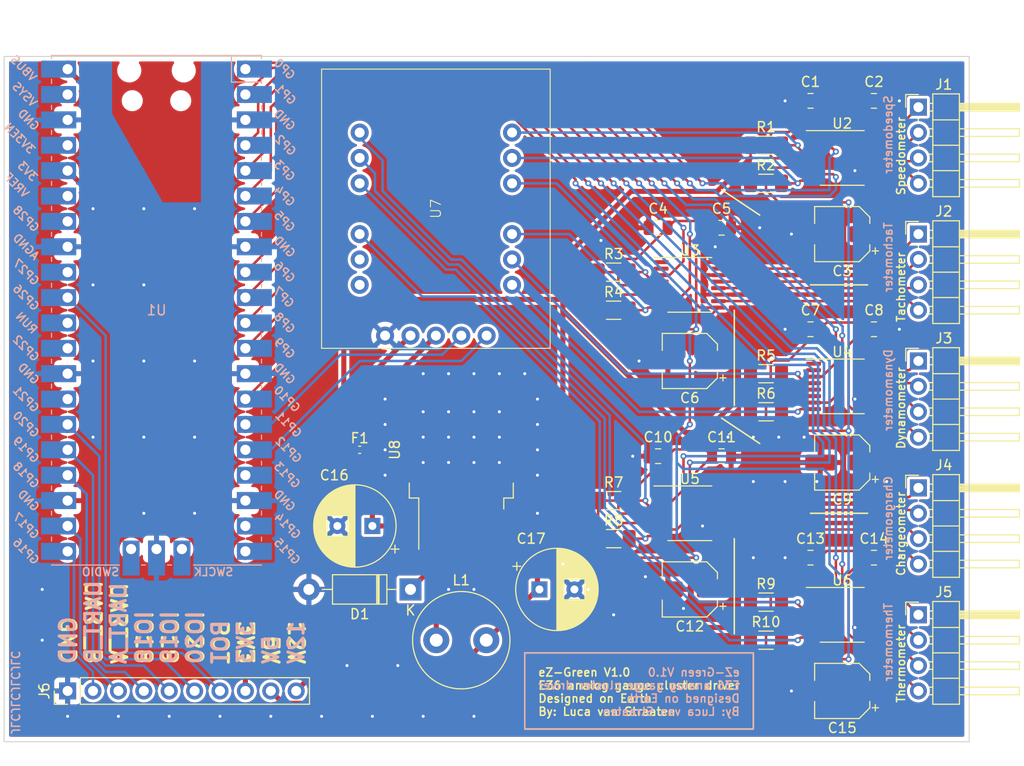
<source format=kicad_pcb>
(kicad_pcb (version 20221018) (generator pcbnew)
  (layers (0 "F.Cu" signal "Front") (31 "B.Cu" signal "Back") (34 "B.Paste" user) (35 "F.Paste" user) (36 "B.SilkS" user "B.Silkscreen") (37 "F.SilkS" user "F.Silkscreen") (38 "B.Mask" user) (39 "F.Mask" user) (44 "Edge.Cuts" user))
  (net 0 "")
  (net 1 "SPD_PHA")
  (net 2 "SPD_ENA")
  (net 3 "+5V")
  (net 4 "{slash}STBY")
  (net 5 "SPD_ENB")
  (net 6 "Net-(J1-Pin_4)")
  (net 7 "GND")
  (net 8 "Net-(J1-Pin_3)")
  (net 9 "Net-(J1-Pin_2)")
  (net 10 "Net-(J1-Pin_1)")
  (net 11 "TAC_PHA")
  (net 12 "TAC_ENA")
  (net 13 "TAC_ENB")
  (net 14 "PWR_PHA")
  (net 15 "PWR_ENA")
  (net 16 "PWR_ENB")
  (net 17 "FUL_PHA")
  (net 18 "FUL_ENA")
  (net 19 "FUL_ENB")
  (net 20 "TMP_PHA")
  (net 21 "TMP_ENA")
  (net 22 "TMP_ENB")
  (net 23 "+3V3")
  (net 24 "PWM_CLK")
  (net 25 "PWM_DATA")
  (net 26 "SPD_PHB")
  (net 27 "TAC_PHB")
  (net 28 "PWR_PHB")
  (net 29 "FUL_PHB")
  (net 30 "TMP_PHB")
  (net 31 "POT")
  (net 37 "UART_B")
  (net 38 "UART_A")
  (net 49 "Net-(J2-Pin_4)")
  (net 50 "Net-(J2-Pin_3)")
  (net 51 "Net-(J2-Pin_2)")
  (net 52 "Net-(J2-Pin_1)")
  (net 53 "Net-(J3-Pin_4)")
  (net 54 "Net-(J3-Pin_3)")
  (net 55 "Net-(J3-Pin_2)")
  (net 56 "Net-(J3-Pin_1)")
  (net 57 "Net-(J4-Pin_4)")
  (net 58 "Net-(J4-Pin_3)")
  (net 59 "Net-(J4-Pin_2)")
  (net 60 "Net-(J4-Pin_1)")
  (net 61 "Net-(J5-Pin_4)")
  (net 62 "Net-(J5-Pin_3)")
  (net 63 "Net-(J5-Pin_2)")
  (net 64 "Net-(J5-Pin_1)")
  (net 65 "Net-(U8-VIN)")
  (net 66 "Net-(D1-K)")
  (net 67 "+12V")
  (net 68 "IO18")
  (net 69 "IO19")
  (net 70 "IO20")
  (footprint "Capacitor_THT:CP_Radial_D8.0mm_P3.50mm" (layer "F.Cu") (at 212.284698 104.14)
    (fp_text reference "C17")
    (fp_text value "330uF/16V")
  )
  (footprint "Capacitor_SMD:CP_Elec_5x5.4" (layer "F.Cu") (at 242.57 91.44 180)
    (fp_text reference "C9")
    (fp_text value "10uF")
  )
  (footprint "Resistor_SMD:R_1206_3216Metric_Pad1.30x1.75mm_HandSolder" (layer "F.Cu") (at 234.95 105.41)
    (fp_text reference "R9")
    (fp_text value "R")
  )
  (footprint "Package_SO:TSSOP-16_4.4x5mm_P0.65mm" (layer "F.Cu") (at 242.57 83.82)
    (fp_text reference "U4")
    (fp_text value "TC78H621FNG")
  )
  (footprint "Capacitor_SMD:CP_Elec_5x5.4" (layer "F.Cu") (at 242.57 114.3 180)
    (fp_text reference "C15")
    (fp_text value "10uF")
  )
  (footprint "Connector_PinHeader_2.54mm:PinHeader_1x04_P2.54mm_Horizontal" (layer "F.Cu") (at 250.19 106.68)
    (fp_text reference "J5")
    (fp_text value "TMP")
  )
  (footprint "Capacitor_SMD:C_0805_2012Metric" (layer "F.Cu") (at 239.395 78.105 180)
    (fp_text reference "C7")
    (fp_text value "0.1uF")
  )
  (footprint "Inductor_THT:L_Radial_D9.5mm_P5.00mm_Fastron_07HVP" (layer "F.Cu") (at 201.97 109.22)
    (fp_text reference "L1")
    (fp_text value "330uH")
  )
  (footprint "Resistor_SMD:R_1206_3216Metric_Pad1.30x1.75mm_HandSolder" (layer "F.Cu") (at 234.95 59.69)
    (fp_text reference "R1")
    (fp_text value "R")
  )
  (footprint "Package_TO_SOT_SMD:TO-263-5_TabPin3" (layer "F.Cu") (at 204.47 90.17 90)
    (fp_text reference "U8")
    (fp_text value "LM2575-5.0BU")
  )
  (footprint "Package_SO:TSSOP-16_4.4x5mm_P0.65mm" (layer "F.Cu") (at 242.57 106.68)
    (fp_text reference "U6")
    (fp_text value "TC78H621FNG")
  )
  (footprint "Capacitor_SMD:CP_Elec_5x5.4" (layer "F.Cu") (at 227.33 104.14 180)
    (fp_text reference "C12")
    (fp_text value "10uF")
  )
  (footprint "Capacitor_SMD:C_0805_2012Metric" (layer "F.Cu") (at 230.505 90.805)
    (fp_text reference "C11")
    (fp_text value "0.1uF")
  )
  (footprint "Capacitor_SMD:C_0805_2012Metric" (layer "F.Cu") (at 245.745 55.245)
    (fp_text reference "C2")
    (fp_text value "0.1uF")
  )
  (footprint "Capacitor_SMD:C_0805_2012Metric" (layer "F.Cu") (at 239.395 55.245 180)
    (fp_text reference "C1")
    (fp_text value "0.1uF")
  )
  (footprint "Diode_THT:D_DO-41_SOD81_P10.16mm_Horizontal" (layer "F.Cu") (at 199.39 104.14 180)
    (fp_text reference "D1")
    (fp_text value "1N5819")
  )
  (footprint "Package_SO:TSSOP-16_4.4x5mm_P0.65mm" (layer "F.Cu") (at 227.33 96.52)
    (fp_text reference "U5")
    (fp_text value "TC78H621FNG")
  )
  (footprint "Connector_PinHeader_2.54mm:PinHeader_1x04_P2.54mm_Horizontal" (layer "F.Cu") (at 250.19 55.88)
    (fp_text reference "J1")
    (fp_text value "SPD")
  )
  (footprint "Connector_PinHeader_2.54mm:PinHeader_1x10_P2.54mm_Vertical" (layer "F.Cu") (at 165.1 114.3 90)
    (fp_text reference "J6")
    (fp_text value "Conn_01x10_Socket")
  )
  (footprint "Connector_PinHeader_2.54mm:PinHeader_1x04_P2.54mm_Horizontal" (layer "F.Cu") (at 250.19 93.98)
    (fp_text reference "J4")
    (fp_text value "FUL")
  )
  (footprint "Connector_PinHeader_2.54mm:PinHeader_1x04_P2.54mm_Horizontal" (layer "F.Cu") (at 250.19 68.58)
    (fp_text reference "J2")
    (fp_text value "TAC")
  )
  (footprint "Resistor_SMD:R_1206_3216Metric_Pad1.30x1.75mm_HandSolder" (layer "F.Cu") (at 234.95 82.55)
    (fp_text reference "R5")
    (fp_text value "R")
  )
  (footprint "Capacitor_SMD:C_0805_2012Metric" (layer "F.Cu") (at 245.745 100.965)
    (fp_text reference "C14")
    (fp_text value "0.1uF")
  )
  (footprint "Capacitor_SMD:CP_Elec_5x5.4" (layer "F.Cu") (at 242.57 68.58 180)
    (fp_text reference "C3")
    (fp_text value "10uF")
  )
  (footprint "Capacitor_SMD:C_0805_2012Metric" (layer "F.Cu") (at 224.155 67.945 180)
    (fp_text reference "C4")
    (fp_text value "0.1uF")
  )
  (footprint "Resistor_SMD:R_1206_3216Metric_Pad1.30x1.75mm_HandSolder" (layer "F.Cu") (at 219.71 95.25)
    (fp_text reference "R7")
    (fp_text value "R")
  )
  (footprint "Connector_PinHeader_2.54mm:PinHeader_1x04_P2.54mm_Horizontal" (layer "F.Cu") (at 250.19 81.28)
    (fp_text reference "J3")
    (fp_text value "PWR")
  )
  (footprint "Fuse:Fuse_0402_1005Metric_Pad0.77x0.64mm_HandSolder" (layer "F.Cu") (at 194.31 90.17)
    (fp_text reference "F1")
    (fp_text value "1A")
  )
  (footprint "Capacitor_SMD:C_0805_2012Metric" (layer "F.Cu") (at 230.505 67.945)
    (fp_text reference "C5")
    (fp_text value "0.1uF")
  )
  (footprint "Resistor_SMD:R_1206_3216Metric_Pad1.30x1.75mm_HandSolder" (layer "F.Cu") (at 219.71 99.06)
    (fp_text reference "R8")
    (fp_text value "R")
  )
  (footprint "Resistor_SMD:R_1206_3216Metric_Pad1.30x1.75mm_HandSolder" (layer "F.Cu") (at 219.71 76.2)
    (fp_text reference "R4")
    (fp_text value "R")
  )
  (footprint "Resistor_SMD:R_1206_3216Metric_Pad1.30x1.75mm_HandSolder" (layer "F.Cu") (at 234.95 109.22)
    (fp_text reference "R10")
    (fp_text value "R")
  )
  (footprint "Capacitor_SMD:C_0805_2012Metric" (layer "F.Cu") (at 245.745 78.105)
    (fp_text reference "C8")
    (fp_text value "0.1uF")
  )
  (footprint "Package_SO:TSSOP-16_4.4x5mm_P0.65mm" (layer "F.Cu") (at 242.57 60.96)
    (fp_text reference "U2")
    (fp_text value "TC78H621FNG")
  )
  (footprint "Resistor_SMD:R_1206_3216Metric_Pad1.30x1.75mm_HandSolder" (layer "F.Cu") (at 234.95 86.36)
    (fp_text reference "R6")
    (fp_text value "R")
  )
  (footprint "Package_SO:TSSOP-16_4.4x5mm_P0.65mm" (layer "F.Cu") (at 227.33 73.66)
    (fp_text reference "U3")
    (fp_text value "TC78H621FNG")
  )
  (footprint "Resistor_SMD:R_1206_3216Metric_Pad1.30x1.75mm_HandSolder" (layer "F.Cu") (at 234.95 63.5)
    (fp_text reference "R2")
    (fp_text value "R")
  )
  (footprint "Capacitor_SMD:CP_Elec_5x5.4" (layer "F.Cu") (at 227.33 81.28 180)
    (fp_text reference "C6")
    (fp_text value "10uF")
  )
  (footprint "Capacitor_SMD:C_0805_2012Metric" (layer "F.Cu") (at 239.395 100.965 180)
    (fp_text reference "C13")
    (fp_text value "0.1uF")
  )
  (footprint "Capacitor_THT:CP_Radial_D8.0mm_P3.50mm" (layer "F.Cu") (at 195.58 97.79 180)
    (fp_text reference "C16")
    (fp_text value "100uF/50V")
  )
  (footprint "Module:Adafruit  TLC59711" (layer "F.Cu") (at 201.93 66.04 90)
    (fp_text reference "U7")
    (fp_text value "TLC59711 dev board")
  )
  (footprint "Resistor_SMD:R_1206_3216Metric_Pad1.30x1.75mm_HandSolder" (layer "F.Cu") (at 219.71 72.39)
    (fp_text reference "R3")
    (fp_text value "R")
  )
  (footprint "Capacitor_SMD:C_0805_2012Metric" (layer "F.Cu") (at 224.155 90.805 180)
    (fp_text reference "C10")
    (fp_text value "0.1uF")
  )
  (footprint "MCU_RaspberryPi_and_Boards:RPi_Pico_SMD_TH" (layer "B.Cu") (at 173.99 76.2 180)
    (fp_text reference "U1")
    (fp_text value "Pico")
  )
  (gr_rect (start 210.82 110.49) (end 233.68 118.11) (stroke (width 0.1524)) (fill none) (layer "B.SilkS"))
  (gr_line (start 230.505 86.995) (end 234.315 89.535) (stroke (width 0.1524)) (layer "F.SilkS"))
  (gr_rect (start 210.82 110.49) (end 233.68 118.11) (stroke (width 0.1524)) (fill none) (layer "F.SilkS"))
  (gr_line (start 239.395 73.66) (end 245.11 73.66) (stroke (width 0.1524)) (layer "F.SilkS"))
  (gr_line (start 231.775 108.585) (end 231.775 99.06) (stroke (width 0.1524)) (layer "F.SilkS"))
  (gr_line (start 239.395 96.52) (end 245.11 96.52) (stroke (width 0.1524)) (layer "F.SilkS"))
  (gr_line (start 231.775 85.725) (end 231.775 76.2) (stroke (width 0.1524)) (layer "F.SilkS"))
  (gr_line (start 230.505 64.135) (end 234.315 66.675) (stroke (width 0.1524)) (layer "F.SilkS"))
  (gr_line (start 255.27 50.8) (end 255.27 119.38) (stroke (width 0.1)) (layer "Edge.Cuts"))
  (gr_line (start 158.75 119.38) (end 158.75 50.8) (stroke (width 0.1)) (layer "Edge.Cuts"))
  (gr_line (start 255.27 50.8) (end 158.75 50.8) (stroke (width 0.1)) (layer "Edge.Cuts"))
  (gr_line (start 255.27 119.38) (end 158.75 119.38) (stroke (width 0.1)) (layer "Edge.Cuts"))
  (gr_text "Chargeometer" (at 247.65 92.71 90) (layer "B.SilkS") (effects (font (size 0.8128 0.8128) (thickness 0.1524) bold) (justify left bottom mirror)))
  (gr_text "GND" (at 165.1 111.76 -270) (layer "B.SilkS") (effects (font (size 1.524 1.524) (thickness 0.3048) bold) (justify right mirror)))
  (gr_text "IO18" (at 172.72 111.76 -270) (layer "B.SilkS") (effects (font (size 1.524 1.524) (thickness 0.3048) bold) (justify right mirror)))
  (gr_text "POT" (at 180.34 111.76 -270) (layer "B.SilkS") (effects (font (size 1.524 1.524) (thickness 0.3048) bold) (justify right mirror)))
  (gr_text "5V" (at 185.42 111.76 -270) (layer "B.SilkS") (effects (font (size 1.524 1.524) (thickness 0.3048) bold) (justify right mirror)))
  (gr_text "3V3" (at 182.88 111.76 -270) (layer "B.SilkS") (effects (font (size 1.524 1.524) (thickness 0.3048) bold) (justify right mirror)))
  (gr_text "UART_B" (at 167.64 111.76 -270) (layer "B.SilkS") (effects (font (size 1.524 1.524) (thickness 0.3048) bold) (justify right mirror)))
  (gr_text "eZ-Green V1.0\nE36 analog gauge cluster driver\nDesigned on Earth\nBy: Luca van Straaten" (at 232.41 116.84) (layer "B.SilkS") (effects (font (size 0.8128 0.8128) (thickness 0.1524) bold) (justify left bottom mirror)))
  (gr_text "IO20" (at 177.8 111.76 -270) (layer "B.SilkS") (effects (font (size 1.524 1.524) (thickness 0.3048) bold) (justify right mirror)))
  (gr_text "Thermometer" (at 247.65 105.41 90) (layer "B.SilkS") (effects (font (size 0.8128 0.8128) (thickness 0.1524) bold) (justify left bottom mirror)))
  (gr_text "UART_A" (at 170.18 111.76 -270) (layer "B.SilkS") (effects (font (size 1.524 1.524) (thickness 0.3048) bold) (justify right mirror)))
  (gr_text "IO19" (at 175.26 111.76 -270) (layer "B.SilkS") (effects (font (size 1.524 1.524) (thickness 0.3048) bold) (justify right mirror)))
  (gr_text "12V" (at 187.96 111.76 -270) (layer "B.SilkS") (effects (font (size 1.524 1.524) (thickness 0.3048) bold) (justify right mirror)))
  (gr_text "Tachometer" (at 247.65 67.31 90) (layer "B.SilkS") (effects (font (size 0.8128 0.8128) (thickness 0.1524) bold) (justify left bottom mirror)))
  (gr_text "Dynamometer" (at 247.65 80.01 90) (layer "B.SilkS") (effects (font (size 0.8128 0.8128) (thickness 0.1524) bold) (justify left bottom mirror)))
  (gr_text "Speedometer" (at 247.65 54.61 90) (layer "B.SilkS") (effects (font (size 0.8128 0.8128) (thickness 0.1524) bold) (justify left bottom mirror)))
  (gr_text "JLCJLCJLCJLC" (at 159.385 118.745 -90) (layer "B.SilkS") (effects (font (size 0.8128 0.8128) (thickness 0.1524) bold) (justify left bottom mirror)))
  (gr_text "Tachometer" (at 248.92 77.47 90) (layer "F.SilkS") (effects (font (size 0.8128 0.8128) (thickness 0.1524) bold) (justify left bottom)))
  (gr_text "UART_B" (at 167.64 111.76 270) (layer "F.SilkS") (effects (font (size 1.524 1.524) (thickness 0.3048) bold) (justify right)))
  (gr_text "IO18" (at 172.72 111.76 270) (layer "F.SilkS") (effects (font (size 1.524 1.524) (thickness 0.3048) bold) (justify right)))
  (gr_text "IO20" (at 177.8 111.76 270) (layer "F.SilkS") (effects (font (size 1.524 1.524) (thickness 0.3048) bold) (justify right)))
  (gr_text "Dynamometer" (at 248.92 90.17 90) (layer "F.SilkS") (effects (font (size 0.8128 0.8128) (thickness 0.1524) bold) (justify left bottom)))
  (gr_text "Thermometer" (at 248.92 115.57 90) (layer "F.SilkS") (effects (font (size 0.8128 0.8128) (thickness 0.1524) bold) (justify left bottom)))
  (gr_text "IO19" (at 175.26 111.76 270) (layer "F.SilkS") (effects (font (size 1.524 1.524) (thickness 0.3048) bold) (justify right)))
  (gr_text "Speedometer" (at 248.92 64.77 90) (layer "F.SilkS") (effects (font (size 0.8128 0.8128) (thickness 0.1524) bold) (justify left bottom)))
  (gr_text "12V" (at 187.96 111.76 270) (layer "F.SilkS") (effects (font (size 1.524 1.524) (thickness 0.3048) bold) (justify right)))
  (gr_text "5V" (at 185.42 111.76 270) (layer "F.SilkS") (effects (font (size 1.524 1.524) (thickness 0.3048) bold) (justify right)))
  (gr_text "POT" (at 180.34 111.76 270) (layer "F.SilkS") (effects (font (size 1.524 1.524) (thickness 0.3048) bold) (justify right)))
  (gr_text "UART_A" (at 170.18 111.76 270) (layer "F.SilkS") (effects (font (size 1.524 1.524) (thickness 0.3048) bold) (justify right)))
  (gr_text "eZ-Green V1.0\nE36 analog gauge cluster driver\nDesigned on Earth\nBy: Luca van Straaten" (at 212.09 116.84) (layer "F.SilkS") (effects (font (size 0.8128 0.8128) (thickness 0.1524) bold) (justify left bottom)))
  (gr_text "GND" (at 165.1 111.76 270) (layer "F.SilkS") (effects (font (size 1.524 1.524) (thickness 0.3048) bold) (justify right)))
  (gr_text "Chargeometer" (at 248.92 102.87 90) (layer "F.SilkS") (effects (font (size 0.8128 0.8128) (thickness 0.1524) bold) (justify left bottom)))
  (gr_text "3V3" (at 182.88 111.76 270) (layer "F.SilkS") (effects (font (size 1.524 1.524) (thickness 0.3048) bold) (justify right)))
  (segment (start 216.535 51.435) (end 183.515 51.435) (width 0.254) (layer "F.Cu") (net 1))
  (segment (start 241.935 60.325) (end 241.595 59.985) (width 0.254) (layer "F.Cu") (net 1))
  (segment (start 241.595 59.985) (end 239.7075 59.985) (width 0.254) (layer "F.Cu") (net 1))
  (segment (start 228.6 63.5) (end 216.535 51.435) (width 0.254) (layer "F.Cu") (net 1))
  (segment (start 183.515 51.435) (end 182.88 52.07) (width 0.254) (layer "F.Cu") (net 1))
  (via (at 228.6 63.5) (size 0.6) (drill 0.3) (layers "F.Cu" "B.Cu") (net 1))
  (via (at 241.935 60.325) (size 0.6) (drill 0.3) (layers "F.Cu" "B.Cu") (net 1))
  (segment (start 231.14 64.177) (end 230.463 63.5) (width 0.254) (layer "B.Cu") (net 1))
  (segment (start 241.3 60.96) (end 241.3 64.177) (width 0.254) (layer "B.Cu") (net 1))
  (segment (start 241.935 60.325) (end 241.3 60.96) (width 0.254) (layer "B.Cu") (net 1))
  (segment (start 241.3 64.177) (end 231.14 64.177) (width 0.254) (layer "B.Cu") (net 1))
  (segment (start 230.463 63.5) (end 228.6 63.5) (width 0.254) (layer "B.Cu") (net 1))
  (segment (start 236.5 59.69) (end 238.125 59.69) (width 0.254) (layer "F.Cu") (net 2))
  (segment (start 238.125 59.69) (end 238.125 59.885291) (width 0.254) (layer "F.Cu") (net 2))
  (segment (start 238.874709 60.635) (end 239.7075 60.635) (width 0.254) (layer "F.Cu") (net 2))
  (segment (start 238.125 59.885291) (end 238.874709 60.635) (width 0.254) (layer "F.Cu") (net 2))
  (via (at 238.125 59.69) (size 0.6) (drill 0.3) (layers "F.Cu" "B.Cu") (net 2))
  (segment (start 236.855 58.42) (end 209.55 58.42) (width 0.254) (layer "B.Cu") (net 2))
  (segment (start 238.125 59.69) (end 236.855 58.42) (width 0.254) (layer "B.Cu") (net 2))
  (segment (start 229.53 81.28) (end 229.53 76.5975) (width 0.254) (layer "F.Cu") (net 3))
  (segment (start 220.183 95.25) (end 220.183 96.358) (width 0.254) (layer "F.Cu") (net 3))
  (segment (start 214.63 75.114) (end 214.63 71.12) (width 0.508) (layer "F.Cu") (net 3))
  (segment (start 220.183 94.142) (end 220.183 95.25) (width 0.254) (layer "F.Cu") (net 3))
  (segment (start 244.77 114.3) (end 244.77 109.6175) (width 0.254) (layer "F.Cu") (net 3))
  (segment (start 218.16 72.39) (end 220.183 72.39) (width 0.254) (layer "F.Cu") (net 3))
  (segment (start 244.77 109.6175) (end 244.1075 108.955) (width 0.254) (layer "F.Cu") (net 3))
  (segment (start 243.575 63.235) (end 245.4325 63.235) (width 0.254) (layer "F.Cu") (net 3))
  (segment (start 228.335 75.935) (end 230.1925 75.935) (width 0.254) (layer "F.Cu") (net 3))
  (segment (start 241.022 77.428) (end 244.118 77.428) (width 0.254) (layer "F.Cu") (net 3))
  (segment (start 225.782 67.268) (end 228.878 67.268) (width 0.254) (layer "F.Cu") (net 3))
  (segment (start 235.423 83.658) (end 235.617 83.852) (width 0.254) (layer "F.Cu") (net 3))
  (segment (start 244.77 63.8975) (end 244.1075 63.235) (width 0.254) (layer "F.Cu") (net 3))
  (segment (start 200.659 115.531) (end 206.97 109.22) (width 0.508) (layer "F.Cu") (net 3))
  (segment (start 233.4 82.55) (end 235.423 82.55) (width 0.254) (layer "F.Cu") (net 3))
  (segment (start 235.423 58.582) (end 235.423 59.69) (width 0.254) (layer "F.Cu") (net 3))
  (segment (start 229.53 99.4575) (end 228.8675 98.795) (width 0.254) (layer "F.Cu") (net 3))
  (segment (start 226.864 88.434) (end 228.786 88.434) (width 0.508) (layer "F.Cu") (net 3))
  (segment (start 244.118 100.288) (end 244.795 100.965) (width 0.254) (layer "F.Cu") (net 3))
  (segment (start 186.651 115.531) (end 200.659 115.531) (width 0.508) (layer "F.Cu") (net 3))
  (segment (start 228.786 88.434) (end 233.4 83.82) (width 0.508) (layer "F.Cu") (net 3))
  (segment (start 243.205 85.725) (end 243.575 86.095) (width 0.254) (layer "F.Cu") (net 3))
  (segment (start 235.617 106.712) (end 238.448235 106.712) (width 0.254) (layer "F.Cu") (net 3))
  (segment (start 230.056 64.304) (end 233.4 60.96) (width 0.508) (layer "F.Cu") (net 3))
  (segment (start 243.575 86.095) (end 245.4325 86.095) (width 0.254) (layer "F.Cu") (net 3))
  (segment (start 228.878 67.268) (end 229.555 67.945) (width 0.254) (layer "F.Cu") (net 3))
  (segment (start 244.77 86.7575) (end 244.1075 86.095) (width 0.254) (layer "F.Cu") (net 3))
  (segment (start 240.345 55.245) (end 241.022 54.568) (width 0.254) (layer "F.Cu") (net 3))
  (segment (start 214.63 97.79) (end 224.79 107.95) (width 0.508) (layer "F.Cu") (net 3))
  (segment (start 227.965 75.565) (end 228.335 75.935) (width 0.254) (layer "F.Cu") (net 3))
  (segment (start 220.183 96.358) (end 220.377 96.552) (width 0.254) (layer "F.Cu") (net 3))
  (segment (start 244.118 77.428) (end 244.795 78.105) (width 0.254) (layer "F.Cu") (net 3))
  (segment (start 214.63 75.114) (end 217.976 75.114) (width 0.508) (layer "F.Cu") (net 3))
  (segment (start 167.258842 63.246158) (end 180.34 76.327316) (width 0.508) (layer "F.Cu") (net 3))
  (segment (start 238.741235 107.005) (end 239.7075 107.005) (width 0.254) (layer "F.Cu") (net 3))
  (segment (start 240.345 55.245) (end 237.223291 58.366709) (width 0.254) (layer "F.Cu") (net 3))
  (segment (start 192.7225 85.4075) (end 191.77 86.36) (width 0.508) (layer "F.Cu") (net 3))
  (segment (start 235.638291 81.226709) (end 235.423 81.442) (width 0.254) (layer "F.Cu") (net 3))
  (segment (start 220.183 73.498) (end 220.377 73.692) (width 0.254) (layer "F.Cu") (net 3))
  (segment (start 240.345 78.105) (end 237.223291 81.226709) (width 0.254) (layer "F.Cu") (net 3))
  (segment (start 229.555 90.805) (end 227.965 92.395) (width 0.254) (layer "F.Cu") (net 3))
  (segment (start 220.377 73.692) (end 223.208235 73.692) (width 0.254) (layer "F.Cu") (net 3))
  (segment (start 237.223291 81.226709) (end 235.638291 81.226709) (width 0.254) (layer "F.Cu") (net 3))
  (segment (start 214.63 76.2) (end 226.864 88.434) (width 0.508) (layer "F.Cu") (net 3))
  (segment (start 244.795 55.245) (end 243.205 56.835) (width 0.254) (layer "F.Cu") (net 3))
  (segment (start 225.782 90.128) (end 228.878 90.128) (width 0.254) (layer "F.Cu") (net 3))
  (segment (start 223.501235 73.985) (end 224.4675 73.985) (width 0.254) (layer "F.Cu") (net 3))
  (segment (start 186.69 91.44) (end 191.77 86.36) (width 0.508) (layer "F.Cu") (net 3))
  (segment (start 167.258842 54.228842) (end 167.258842 63.246158) (width 0.508) (layer "F.Cu") (net 3))
  (segment (start 223.501235 96.845) (end 224.4675 96.845) (width 0.254) (layer "F.Cu") (net 3))
  (segment (start 233.4 59.69) (end 235.423 59.69) (width 0.254) (layer "F.Cu") (net 3))
  (segment (start 165.1 52.07) (end 167.258842 54.228842) (width 0.508) (layer "F.Cu") (net 3))
  (segment (start 229.53 76.5975) (end 230.1925 75.935) (width 0.254) (layer "F.Cu") (net 3))
  (segment (start 225.105 90.805) (end 221.983291 93.926709) (width 0.254) (layer "F.Cu") (net 3))
  (segment (start 235.423 104.302) (end 235.423 105.41) (width 0.254) (layer "F.Cu") (net 3))
  (segment (start 228.335 98.795) (end 230.1925 98.795) (width 0.254) (layer "F.Cu") (net 3))
  (segment (start 214.63 76.2) (end 214.63 94.26) (width 0.508) (layer "F.Cu") (net 3))
  (segment (start 191.77 86.36) (end 193.04 85.09) (width 0.508) (layer "F.Cu") (net 3))
  (segment (start 229.53 99.4575) (end 230.1925 98.795) (width 0.254) (layer "F.Cu") (net 3))
  (segment (start 206.17 100.76) (end 207.01 101.6) (width 0.508) (layer "F.Cu") (net 3))
  (segment (start 185.42 114.3) (end 186.651 115.531) (width 0.508) (layer "F.Cu") (net 3))
  (segment (start 244.795 78.105) (end 243.205 79.695) (width 0.254) (layer "F.Cu") (net 3))
  (segment (start 244.118 54.568) (end 244.795 55.245) (width 0.254) (layer "F.Cu") (net 3))
  (segment (start 237.223291 58.366709) (end 235.638291 58.366709) (width 0.254) (layer "F.Cu") (net 3))
  (segment (start 225.105 67.945) (end 225.782 67.268) (width 0.254) (layer "F.Cu") (net 3))
  (segment (start 244.77 91.44) (end 244.77 86.7575) (width 0.254) (layer "F.Cu") (net 3))
  (segment (start 214.63 94.26) (end 214.63 97.79) (width 0.508) (layer "F.Cu") (net 3))
  (segment (start 241.022 100.288) (end 244.118 100.288) (width 0.254) (layer "F.Cu") (net 3))
  (segment (start 228.8675 75.935) (end 228.335 75.935) (width 0.254) (layer "F.Cu") (net 3))
  (segment (start 244.77 68.58) (end 244.77 63.8975) (width 0.254) (layer "F.Cu") (net 3))
  (segment (start 240.345 100.965) (end 237.223291 104.086709) (width 0.254) (layer "F.Cu") (net 3))
  (segment (start 192.7225 79.0575) (end 196.666 75.114) (width 0.508) (layer "F.Cu") (net 3))
  (segment (start 223.208235 96.552) (end 223.501235 96.845) (width 0.254) (layer "F.Cu") (net 3))
  (segment (start 238.448235 83.852) (end 238.741235 84.145) (width 0.254) (layer "F.Cu") (net 3))
  (segment (start 229.555 67.945) (end 227.965 69.535) (width 0.254) (layer "F.Cu") (net 3))
  (segment (start 227.965 98.425) (end 228.335 98.795) (width 0.254) (layer "F.Cu") (net 3))
  (segment (start 221.983291 71.066709) (end 220.398291 71.066709) (width 0.254) (layer "F.Cu") (net 3))
  (segment (start 238.741235 84.145) (end 239.7075 84.145) (width 0.254) (layer "F.Cu") (net 3))
  (segment (start 221.983291 93.926709) (end 220.398291 93.926709) (width 0.254) (layer "F.Cu") (net 3))
  (segment (start 220.377 96.552) (end 223.208235 96.552) (width 0.254) (layer "F.Cu") (net 3))
  (segment (start 217.976 75.114) (end 218.16 74.93) (width 0.508) (layer "F.Cu") (net 3))
  (segment (start 243.205 56.835) (end 243.205 62.865) (width 0.254) (layer "F.Cu") (net 3))
  (segment (start 212.09 104.14) (end 212.09 100.33) (width 0.508) (layer "F.Cu") (net 3))
  (segment (start 238.741235 61.285) (end 239.7075 61.285) (width 0.254) (layer "F.Cu") (net 3))
  (segment (start 224.79 107.95) (end 233.4 107.95) (width 0.508) (layer "F.Cu") (net 3))
  (segment (start 218.16 74.93) (end 218.16 76.2) (width 0.254) (layer "F.Cu") (net 3))
  (segment (start 233.4 82.55) (end 233.4 86.36) (width 0.254) (layer "F.Cu") (net 3))
  (segment (start 185.42 102.87) (end 186.69 101.6) (width 0.508) (layer "F.Cu") (net 3))
  (segment (start 235.638291 58.366709) (end 235.423 58.582) (width 0.254) (layer "F.Cu") (net 3))
  (segment (start 229.53 104.14) (end 229.53 99.4575) (width 0.254) (layer "F.Cu") (net 3))
  (segment (start 218.16 72.39) (end 218.16 74.93) (width 0.254) (layer "F.Cu") (net 3))
  (segment (start 207.01 109.22) (end 206.97 109.22) (width 0.508) (layer "F.Cu") (net 3))
  (segment (start 244.77 63.8975) (end 245.4325 63.235) (width 0.254) (layer "F.Cu") (net 3))
  (segment (start 233.4 105.41) (end 235.423 105.41) (width 0.254) (layer "F.Cu") (net 3))
  (segment (start 225.105 90.805) (end 225.782 90.128) (width 0.254) (layer "F.Cu") (net 3))
  (segment (start 196.666 75.114) (end 214.63 75.114) (width 0.508) (layer "F.Cu") (net 3))
  (segment (start 244.77 109.6175) (end 245.4325 108.955) (width 0.254) (layer "F.Cu") (net 3))
  (segment (start 225.105 67.945) (end 221.983291 71.066709) (width 0.254) (layer "F.Cu") (net 3))
  (segment (start 214.63 71.12) (end 221.446 64.304) (width 0.508) (layer "F.Cu") (net 3))
  (segment (start 233.4 60.96) (end 233.4 63.5) (width 0.254) (layer "F.Cu") (net 3))
  (segment (start 235.423 60.798) (end 235.617 60.992) (width 0.254) (layer "F.Cu") (net 3))
  (segment (start 181.61 102.87) (end 185.42 102.87) (width 0.508) (layer "F.Cu") (net 3))
  (segment (start 235.423 106.518) (end 235.617 106.712) (width 0.254) (layer "F.Cu") (net 3))
  (segment (start 227.965 92.395) (end 227.965 98.425) (width 0.254) (layer "F.Cu") (net 3))
  (segment (start 218.16 95.25) (end 220.183 95.25) (width 0.254) (layer "F.Cu") (net 3))
  (segment (start 228.878 90.128) (end 229.555 90.805) (width 0.254) (layer "F.Cu") (net 3))
  (segment (start 220.398291 71.066709) (end 220.183 71.282) (width 0.254) (layer "F.Cu") (net 3))
  (segment (start 192.7225 85.4075) (end 193.04 85.09) (width 0.508) (layer "F.Cu") (net 3))
  (segment (start 214.63 94.26) (end 218.16 97.79) (width 0.508) (layer "F.Cu") (net 3))
  (segment (start 235.423 82.55) (end 235.423 83.658) (width 0.254) (layer "F.Cu") (net 3))
  (segment (start 241.022 54.568) (end 244.118 54.568) (width 0.254) (layer "F.Cu") (net 3))
  (segment (start 212.09 100.33) (end 214.63 97.79) (width 0.508) (layer "F.Cu") (net 3))
  (segment (start 220.398291 93.926709) (end 220.183 94.142) (width 0.254) (layer "F.Cu") (net 3))
  (segment (start 243.575 108.955) (end 245.4325 108.955) (width 0.254) (layer "F.Cu") (net 3))
  (segment (start 235.423 81.442) (end 235.423 82.55) (width 0.254) (layer "F.Cu") (net 3))
  (segment (start 218.16 95.25) (end 218.16 97.79) (width 0.254) (layer "F.Cu") (net 3))
  (segment (start 235.423 105.41) (end 235.423 106.518) (width 0.254) (layer "F.Cu") (net 3))
  (segment (start 180.34 101.6) (end 181.61 102.87) (width 0.508) (layer "F.Cu") (net 3))
  (segment (start 244.1075 86.095) (end 243.575 86.095) (width 0.254) (layer "F.Cu") (net 3))
  (segment (start 221.446 64.304) (end 230.056 64.304) (width 0.508) (layer "F.Cu") (net 3))
  (segment (start 238.448235 60.992) (end 238.741235 61.285) (width 0.254) (layer "F.Cu") (net 3))
  (segment (start 193.04 85.09) (end 199.39 78.74) (width 0.508) (layer "F.Cu") (net 3))
  (segment (start 240.345 78.105) (end 241.022 77.428) (width 0.254) (layer "F.Cu") (net 3))
  (segment (start 228.8675 98.795) (end 228.335 98.795) (width 0.254) (layer "F.Cu") (net 3))
  (segment (start 243.205 108.585) (end 243.575 108.955) (width 0.254) (layer "F.Cu") (net 3))
  (segment (start 235.617 83.852) (end 238.448235 83.852) (width 0.254) (layer "F.Cu") (net 3))
  (segment (start 214.63 75.114) (end 214.63 76.2) (width 0.508) (layer "F.Cu") (net 3))
  (segment (start 218.16 97.79) (end 218.16 99.06) (width 0.254) (layer "F.Cu") (net 3))
  (segment (start 244.1075 63.235) (end 243.575 63.235) (width 0.254) (layer "F.Cu") (net 3))
  (segment (start 244.77 86.7575) (end 245.4325 86.095) (width 0.254) (layer "F.Cu") (net 3))
  (segment (start 229.53 76.5975) (end 228.8675 75.935) (width 0.254) (layer "F.Cu") (net 3))
  (segment (start 233.4 107.95) (end 233.4 109.22) (width 0.254) (layer "F.Cu") (net 3))
  (segment (start 244.795 100.965) (end 243.205 102.555) (width 0.254) (layer "F.Cu") (net 3))
  (segment (start 237.223291 104.086709) (end 235.638291 104.086709) (width 0.254) (layer "F.Cu") (net 3))
  (segment (start 192.7225 79.0575) (end 192.7225 85.4075) (width 0.508) (layer "F.Cu") (net 3))
  (segment (start 207.01 101.6) (end 210.82 101.6) (width 0.508) (layer "F.Cu") (net 3))
  (segment (start 227.965 69.535) (end 227.965 75.565) (width 0.254) (layer "F.Cu") (net 3))
  (segment (start 244.1075 108.955) (end 243.575 108.955) (width 0.254) (layer "F.Cu") (net 3))
  (segment (start 220.183 71.282) (end 220.183 72.39) (width 0.254) (layer "F.Cu") (net 3))
  (segment (start 243.205 79.695) (end 243.205 85.725) (width 0.254) (layer "F.Cu") (net 3))
  (segment (start 243.205 62.865) (end 243.575 63.235) (width 0.254) (layer "F.Cu") (net 3))
  (segment (start 240.345 100.965) (end 241.022 100.288) (width 0.254) (layer "F.Cu") (net 3))
  (segment (start 235.638291 104.086709) (end 235.423 104.302) (width 0.254) (layer "F.Cu") (net 3))
  (segment (start 212.09 104.14) (end 207.01 109.22) (width 0.508) (layer "F.Cu") (net 3))
  (segment (start 243.205 102.555) (end 243.205 108.585) (width 0.254) (layer "F.Cu") (net 3))
  (segment (start 186.69 101.6) (end 186.69 91.44) (width 0.508) (layer "F.Cu") (net 3))
  (segment (start 238.448235 106.712) (end 238.741235 107.005) (width 0.254) (layer "F.Cu") (net 3))
  (segment (start 233.4 105.41) (end 233.4 107.95) (width 0.254) (layer "F.Cu") (net 3))
  (segment (start 180.34 76.327316) (end 180.34 101.6) (width 0.508) (layer "F.Cu") (net 3))
  (segment (start 233.4 59.69) (end 233.4 60.96) (width 0.254) (layer "F.Cu") (net 3))
  (segment (start 210.82 101.6) (end 212.09 100.33) (width 0.508) (layer "F.Cu") (net 3))
  (segment (start 223.208235 73.692) (end 223.501235 73.985) (width 0.254) (layer "F.Cu") (net 3))
  (segment (start 235.617 60.992) (end 238.448235 60.992) (width 0.254) (layer "F.Cu") (net 3))
  (segment (start 206.17 97.82) (end 206.17 100.76) (width 0.508) (layer "F.Cu") (net 3))
  (segment (start 220.183 72.39) (end 220.183 73.498) (width 0.254) (layer "F.Cu") (net 3))
  (segment (start 235.423 59.69) (end 235.423 60.798) (width 0.254) (layer "F.Cu") (net 3))
  (segment (start 243.205 88.265) (end 236.22 88.265) (width 0.254) (layer "F.Cu") (net 4))
  (segment (start 243.205 111.125) (end 236.22 111.125) (width 0.254) (layer "F.Cu") (net 4))
  (segment (start 236.22 65.405) (end 234.95 64.135) (width 0.254) (layer "F.Cu") (net 4))
  (segment (start 188.744 79.226) (end 182.88 85.09) (width 0.254) (layer "F.Cu") (net 4))
  (segment (start 235.88 84.795) (end 239.7075 84.795) (width 0.254) (layer "F.Cu") (net 4))
  (segment (start 227.33 81.28) (end 227.33 87.63) (width 0.254) (layer "F.Cu") (net 4))
  (segment (start 219.71 75.565) (end 220.64 74.635) (width 0.254) (layer "F.Cu") (net 4))
  (segment (start 235.88 107.655) (end 239.7075 107.655) (width 0.254) (layer "F.Cu") (net 4))
  (segment (start 235.88 61.935) (end 239.7075 61.935) (width 0.254) (layer "F.Cu") (net 4))
  (segment (start 220.98 78.105) (end 219.71 76.835) (width 0.254) (layer "F.Cu") (net 4))
  (segment (start 234.95 62.865) (end 235.88 61.935) (width 0.254) (layer "F.Cu") (net 4))
  (segment (start 243.205 65.405) (end 236.22 65.405) (width 0.254) (layer "F.Cu") (net 4))
  (segment (start 227.965 78.105) (end 220.98 78.105) (width 0.254) (layer "F.Cu") (net 4))
  (segment (start 234.95 64.135) (end 234.95 62.865) (width 0.254) (layer "F.Cu") (net 4))
  (segment (start 188.744 59.922) (end 188.744 79.226) (width 0.254) (layer "F.Cu") (net 4))
  (segment (start 234.95 86.995) (end 234.95 85.725) (width 0.254) (layer "F.Cu") (net 4))
  (segment (start 234.95 85.725) (end 235.88 84.795) (width 0.254) (layer "F.Cu") (net 4))
  (segment (start 219.71 99.695) (end 219.71 98.425) (width 0.254) (layer "F.Cu") (net 4))
  (segment (start 219.71 76.835) (end 219.71 75.565) (width 0.254) (layer "F.Cu") (net 4))
  (segment (start 220.64 97.495) (end 224.4675 97.495) (width 0.254) (layer "F.Cu") (net 4))
  (segment (start 234.95 109.855) (end 234.95 108.585) (width 0.254) (layer "F.Cu") (net 4))
  (segment (start 220.98 100.965) (end 219.71 99.695) (width 0.254) (layer "F.Cu") (net 4))
  (segment (start 209.296 56.515) (end 192.151 56.515) (width 0.254) (layer "F.Cu") (net 4))
  (segment (start 215.9 63.5) (end 215.9 63.119) (width 0.254) (layer "F.Cu") (net 4))
  (segment (start 215.9 63.119) (end 209.296 56.515) (width 0.254) (layer "F.Cu") (net 4))
  (segment (start 234.95 108.585) (end 235.88 107.655) (width 0.254) (layer "F.Cu") (net 4))
  (segment (start 219.71 98.425) (end 220.64 97.495) (width 0.254) (layer "F.Cu") (net 4))
  (segment (start 192.151 56.515) (end 188.744 59.922) (width 0.254) (layer "F.Cu") (net 4))
  (segment (start 220.64 74.635) (end 224.4675 74.635) (width 0.254) (layer "F.Cu") (net 4))
  (segment (start 227.965 100.965) (end 220.98 100.965) (width 0.254) (layer "F.Cu") (net 4))
  (segment (start 236.22 111.125) (end 234.95 109.855) (width 0.254) (layer "F.Cu") (net 4))
  (segment (start 236.22 88.265) (end 234.95 86.995) (width 0.254) (layer "F.Cu") (net 4))
  (via (at 215.9 63.5) (size 0.6) (drill 0.3) (layers "F.Cu" "B.Cu") (net 4))
  (via (at 227.33 81.28) (size 0.6) (drill 0.3) (layers "F.Cu" "B.Cu") (net 4))
  (via (at 243.205 111.125) (size 0.6) (drill 0.3) (layers "F.Cu" "B.Cu") (net 4))
  (via (at 243.205 88.265) (size 0.6) (drill 0.3) (layers "F.Cu" "B.Cu") (net 4))
  (via (at 227.33 87.63) (size 0.6) (drill 0.3) (layers "F.Cu" "B.Cu") (net 4))
  (via (at 243.205 65.405) (size 0.6) (drill 0.3) (layers "F.Cu" "B.Cu") (net 4))
  (via (at 227.965 100.965) (size 0.6) (drill 0.3) (layers "F.Cu" "B.Cu") (net 4))
  (via (at 227.965 78.105) (size 0.6) (drill 0.3) (layers "F.Cu" "B.Cu") (net 4))
  (segment (start 227.965 75.565) (end 215.9 63.5) (width 0.254) (layer "B.Cu") (net 4))
  (segment (start 241.3 101.6) (end 242.57 102.87) (width 0.254) (layer "B.Cu") (net 4))
  (segment (start 227.965 78.105) (end 227.965 75.565) (width 0.254) (layer "B.Cu") (net 4))
  (segment (start 243.205 111.125) (end 243.205 103.505) (width 0.254) (layer "B.Cu") (net 4))
  (segment (start 243.205 88.265) (end 243.205 65.405) (width 0.254) (layer "B.Cu") (net 4))
  (segment (start 227.33 78.74) (end 227.33 81.28) (width 0.254) (layer "B.Cu") (net 4))
  (segment (start 226.018 91.44) (end 226.018 99.018) (width 0.254) (layer "B.Cu") (net 4))
  (segment (start 226.653 92.075) (end 240.665 92.075) (width 0.254) (layer "B.Cu") (net 4))
  (segment (start 226.018 91.44) (end 226.653 92.075) (width 0.254) (layer "B.Cu") (net 4))
  (segment (start 242.57 102.87) (end 243.205 103.505) (width 0.254) (layer "B.Cu") (net 4))
  (segment (start 240.665 92.075) (end 241.3 92.71) (width 0.254) (layer "B.Cu") (net 4))
  (segment (start 227.965 78.105) (end 227.33 78.74) (width 0.254) (layer "B.Cu") (net 4))
  (segment (start 227.33 87.63) (end 226.018 88.942) (width 0.254) (layer "B.Cu") (net 4))
  (segment (start 241.3 92.71) (end 241.3 101.6) (width 0.254) (layer "B.Cu") (net 4))
  (segment (start 243.205 102.235) (end 243.205 88.265) (width 0.254) (layer "B.Cu") (net 4))
  (segment (start 226.018 88.942) (end 226.018 91.44) (width 0.254) (layer "B.Cu") (net 4))
  (segment (start 242.57 102.87) (end 243.205 102.235) (width 0.254) (layer "B.Cu") (net 4))
  (segment (start 226.018 99.018) (end 227.965 100.965) (width 0.254) (layer "B.Cu") (net 4))
  (segment (start 236.5 63.5) (end 238.125 63.5) (width 0.254) (layer "F.Cu") (net 5))
  (segment (start 238.39 63.235) (end 238.125 63.5) (width 0.254) (layer "F.Cu") (net 5))
  (segment (start 236.765 63.235) (end 236.5 63.5) (width 0.25) (layer "F.Cu") (net 5))
  (segment (start 239.7075 63.235) (end 238.39 63.235) (width 0.254) (layer "F.Cu") (net 5))
  (via (at 238.125 63.5) (size 0.6) (drill 0.3) (layers "F.Cu" "B.Cu") (net 5))
  (segment (start 238.125 63.5) (end 235.585 60.96) (width 0.254) (layer "B.Cu") (net 5))
  (segment (start 235.585 60.96) (end 209.55 60.96) (width 0.254) (layer "B.Cu") (net 5))
  (segment (start 250.19 63.5) (end 249.275 62.585) (width 0.254) (layer "F.Cu") (net 6))
  (segment (start 249.275 62.585) (end 245.4325 62.585) (width 0.254) (layer "F.Cu") (net 6))
  (via (at 198.12 111.76) (size 0.6) (drill 0.3) (layers "F.Cu" "B.Cu") (net 7))
  (via (at 177.8 88.9) (size 0.6) (drill 0.3) (layers "F.Cu" "B.Cu") (net 7))
  (via (at 196.85 92.71) (size 0.6) (drill 0.3) (layers "F.Cu" "B.Cu") (net 7))
  (via (at 228.6 97.79) (size 0.6) (drill 0.3) (layers "F.Cu" "B.Cu") (net 7))
  (via (at 236.22 88.9) (size 0.6) (drill 0.3) (layers "F.Cu" "B.Cu") (net 7))
  (via (at 208.28 91.44) (size 0.6) (drill 0.3) (layers "F.Cu" "B.Cu") (net 7))
  (via (at 167.64 81.28) (size 0.6) (drill 0.3) (layers "F.Cu" "B.Cu") (net 7))
  (via (at 162.56 114.3) (size 0.6) (drill 0.3) (layers "F.Cu" "B.Cu") (net 7))
  (via (at 208.28 86.36) (size 0.6) (drill 0.3) (layers "F.Cu" "B.Cu") (net 7))
  (via (at 233.68 100.965) (size 0.6) (drill 0.3) (layers "F.Cu" "B.Cu") (net 7))
  (via (at 170.18 116.84) (size 0.6) (drill 0.3) (layers "F.Cu" "B.Cu") (net 7))
  (via (at 243.84 85.09) (size 0.6) (drill 0.3) (layers "F.Cu" "B.Cu") (net 7))
  (via (at 212.09 90.17) (size 0.6) (drill 0.3) (layers "F.Cu" "B.Cu") (net 7))
  (via (at 248.285 78.105) (size 0.6) (drill 0.3) (layers "F.Cu" "B.Cu") (net 7))
  (via (at 208.28 88.9) (size 0.6) (drill 0.3) (layers "F.Cu" "B.Cu") (net 7))
  (via (at 217.17 104.14) (size 0.6) (drill 0.3) (layers "F.Cu" "B.Cu") (net 7))
  (via (at 172.72 73.66) (size 0.6) (drill 0.3) (layers "F.Cu" "B.Cu") (net 7))
  (via (at 219.71 106.68) (size 0.6) (drill 0.3) (layers "F.Cu" "B.Cu") (net 7))
  (via (at 221.615 90.805) (size 0.6) (drill 0.3) (layers "F.Cu" "B.Cu") (net 7))
  (via (at 200.66 82.55) (size 0.6) (drill 0.3) (layers "F.Cu" "B.Cu") (net 7))
  (via (at 248.285 100.965) (size 0.6) (drill 0.3) (layers "F.Cu" "B.Cu") (net 7))
  (via (at 233.68 88.9) (size 0.6) (drill 0.3) (layers "F.Cu" "B.Cu") (net 7))
  (via (at 243.84 62.23) (size 0.6) (drill 0.3) (layers "F.Cu" "B.Cu") (net 7))
  (via (at 162.56 104.14) (size 0.6) (drill 0.3) (layers "F.Cu" "B.Cu") (net 7))
  (via (at 200.66 116.84) (size 0.6) (drill 0.3) (layers "F.Cu" "B.Cu") (net 7))
  (via (at 248.285 55.245) (size 0.6) (drill 0.3) (layers "F.Cu" "B.Cu") (net 7))
  (via (at 214.63 101.6) (size 0.6) (drill 0.3) (layers "F.Cu" "B.Cu") (net 7))
  (via (at 236.855 93.345) (size 0.6) (drill 0.3) (layers "F.Cu" "B.Cu") (net 7))
  (via (at 205.74 91.44) (size 0.6) (drill 0.3) (layers "F.Cu" "B.Cu") (net 7))
  (via (at 237.49 68.58) (size 0.6) (drill 0.3) (layers "F.Cu" "B.Cu") (net 7))
  (via (at 203.2 104.14) (size 0.6) (drill 0.3) (layers "F.Cu" "B.Cu") (net 7))
  (via (at 175.26 116.84) (size 0.6) (drill 0.3) (layers "F.Cu" "B.Cu") (net 7))
  (via (at 212.09 87.63) (size 0.6) (drill 0.3) (layers "F.Cu" "B.Cu") (net 7))
  (via (at 212.09 85.09) (size 0.6) (drill 0.3) (layers "F.Cu" "B.Cu") (net 7))
  (via (at 208.28 82.55) (size 0.6) (drill 0.3) (layers "F.Cu" "B.Cu") (net 7))
  (via (at 195.58 116.84) (size 0.6) (drill 0.3) (layers "F.Cu" "B.Cu") (net 7))
  (via (at 212.09 92.71) (size 0.6) (drill 0.3) (layers "F.Cu" "B.Cu") (net 7))
  (via (at 236.855 55.245) (size 0.6) (drill 0.3) (layers "F.Cu" "B.Cu") (net 7))
  (via (at 212.09 96.52) (size 0.6) (drill 0.3) (layers "F.Cu" "B.Cu") (net 7))
  (via (at 185.42 116.84) (size 0.6) (drill 0.3) (layers "F.Cu" "B.Cu") (net 7))
  (via (at 205.74 82.55) (size 0.6) (drill 0.3) (layers "F.Cu" "B.Cu") (net 7))
  (via (at 238.76 88.9) (size 0.6) (drill 0.3) (layers "F.Cu" "B.Cu") (net 7))
  (via (at 240.03 93.345) (size 0.6) (drill 0.3) (layers "F.Cu" "B.Cu") (net 7))
  (via (at 231.14 88.9) (size 0.6) (drill 0.3) (layers "F.Cu" "B.Cu") (net 7))
  (via (at 172.72 88.9) (size 0.6) (drill 0.3) (layers "F.Cu" "B.Cu") (net 7))
  (via (at 177.8 96.52) (size 0.6) (drill 0.3) (layers "F.Cu" "B.Cu") (net 7))
  (via (at 205.74 86.36) (size 0.6) (drill 0.3) (layers "F.Cu" "B.Cu") (net 7))
  (via (at 196.85 87.63) (size 0.6) (drill 0.3) (layers "F.Cu" "B.Cu") (net 7))
  (via (at 233.68 93.345) (size 0.6) (drill 0.3) (layers "F.Cu" "B.Cu") (net 7))
  (via (at 226.695 106.045) (size 0.6) (drill 0.3) (layers "F.Cu" "B.Cu") (net 7))
  (via (at 172.72 81.28) (size 0.6) (drill 0.3) (layers "F.Cu" "B.Cu") (net 7))
  (via (at 203.2 91.44) (size 0.6) (drill 0.3) (layers "F.Cu" "B.Cu") (net 7))
  (via (at 237.49 114.3) (size 0.6) (drill 0.3) (layers "F.Cu" "B.Cu") (net 7))
  (via (at 222.25 81.28) (size 0.6) (drill 0.3) (layers "F.Cu" "B.Cu") (net 7))
  (via (at 205.74 88.9) (size 0.6) (drill 0.3) (layers "F.Cu" "B.Cu") (net 7))
  (via (at 218.44 69.215) (size 0.6) (drill 0.3) (layers "F.Cu" "B.Cu") (net 7))
  (via (at 200.66 88.9) (size 0.6) (drill 0.3) (layers "F.Cu" "B.Cu") (net 7))
  (via (at 210.82 82.55) (size 0.6) (drill 0.3) (layers "F.Cu" "B.Cu") (net 7))
  (via (at 190.5 116.84) (size 0.6) (drill 0.3) (layers "F.Cu" "B.Cu") (net 7))
  (via (at 196.85 85.09) (size 0.6) (drill 0.3) (layers "F.Cu" "B.Cu") (net 7))
  (via (at 200.66 86.36) (size 0.6) (drill 0.3) (layers "F.Cu" "B.Cu") (net 7))
  (via (at 172.72 96.52) (size 0.6) (drill 0.3) (layers "F.Cu" "B.Cu") (net 7))
  (via (at 229.87 69.85) (size 0.6) (drill 0.3) (layers "F.Cu" "B.Cu") (net 7))
  (via (at 236.855 100.965) (size 0.6) (drill 0.3) (layers "F.Cu" "B.Cu") (net 7))
  (via (at 162.56 109.22) (size 0.6) (drill 0.3) (layers "F.Cu" "B.Cu") (net 7))
  (via (at 167.64 88.9) (size 0.6) (drill 0.3) (layers "F.Cu" "B.Cu") (net 7))
  (via (at 165.1 116.84) (size 0.6) (drill 0.3) (layers "F.Cu" "B.Cu") (net 7))
  (via (at 222.885 102.87) (size 0.6) (drill 0.3) (layers "F.Cu" "B.Cu") (net 7))
  (via (at 200.66 91.44) (size 0.6) (drill 0.3) (layers "F.Cu" "B.Cu") (net 7))
  (via (at 205.74 116.84) (size 0.6) (drill 0.3) (layers "F.Cu" "B.Cu") (net 7))
  (via (at 203.2 86.36) (size 0.6) (drill 0.3) (layers "F.Cu" "B.Cu") (net 7))
  (via (at 247.015 93.345) (size 0.6) (drill 0.3) (layers "F.Cu" "B.Cu") (net 7))
  (via (at 193.04 111.76) (size 0.6) (drill 0.3) (layers "F.Cu" "B.Cu") (net 7))
  (via (at 196.85 90.17) (size 0.6) (drill 0.3) (layers "F.Cu" "B.Cu") (net 7))
  (via (at 234.315 67.945) (size 0.6) (drill 0.3) (layers "F.Cu" "B.Cu") (net 7))
  (via (at 180.34 116.84) (size 0.6) (drill 0.3) (layers "F.Cu" "B.Cu") (net 7))
  (via (at 172.72 66.04) (size 0.6) (drill 0.3) (layers "F.Cu" "B.Cu") (net 7))
  (via (at 177.8 81.28) (size 0.6) (drill 0.3) (layers "F.Cu" "B.Cu") (net 7))
  (via (at 205.74 104.14) (size 0.6) (drill 0.3) (layers "F.Cu" "B.Cu") (net 7))
  (via (at 167.64 66.04) (size 0.6) (drill 0.3) (layers "F.Cu" "B.Cu") (net 7))
  (via (at 167.64 73.66) (size 0.6) (drill 0.3) (layers "F.Cu" "B.Cu") (net 7))
  (via (at 243.84 107.95) (size 0.6) (drill 0.3) (layers "F.Cu" "B.Cu") (net 7))
  (via (at 203.2 88.9) (size 0.6) (drill 0.3) (layers "F.Cu" "B.Cu") (net 7))
  (via (at 177.8 66.04) (size 0.6) (drill 0.3) (layers "F.Cu" "B.Cu") (net 7))
  (via (at 203.2 82.55) (size 0.6) (drill 0.3) (layers "F.Cu" "B.Cu") (net 7))
  (via (at 236.855 78.105) (size 0.6) (drill 0.3) (layers "F.Cu" "B.Cu") (net 7))
  (segment (start 250.19 60.96) (end 249.865 61.285) (width 0.254) (layer "F.Cu") (net 8))
  (segment (start 249.865 61.285) (end 245.4325 61.285) (width 0.254) (layer "F.Cu") (net 8))
  (segment (start 250.19 58.42) (end 247.975 60.635) (width 0.254) (layer "F.Cu") (net 9))
  (segment (start 247.975 60.635) (end 245.4325 60.635) (width 0.254) (layer "F.Cu") (net 9))
  (segment (start 246.735 59.335) (end 245.4325 59.335) (width 0.254) (layer "F.Cu") (net 10))
  (segment (start 250.19 55.88) (end 246.735 59.335) (width 0.254) (layer "F.Cu") (net 10))
  (segment (start 226.695 71.290291) (end 226.695 67.945) (width 0.254) (layer "F.Cu") (net 11))
  (segment (start 185.974 56.596) (end 185.974 64.216) (width 0.254) (layer "F.Cu") (net 11))
  (segment (start 225.300291 72.685) (end 226.695 71.290291) (width 0.254) (layer "F.Cu") (net 11))
  (segment (start 224.4675 72.685) (end 225.300291 72.685) (width 0.254) (layer "F.Cu") (net 11))
  (segment (start 188.595 53.975) (end 185.974 56.596) (width 0.254) (layer "F.Cu") (net 11))
  (segment (start 212.725 53.975) (end 188.595 53.975) (width 0.254) (layer "F.Cu") (net 11))
  (segment (start 222.25 63.5) (end 212.725 53.975) (width 0.254) (layer "F.Cu") (net 11))
  (segment (start 185.974 64.216) (end 182.88 67.31) (width 0.254) (layer "F.Cu") (net 11))
  (via (at 222.25 63.5) (size 0.6) (drill 0.3) (layers "F.Cu" "B.Cu") (net 11))
  (via (at 226.695 67.945) (size 0.6) (drill 0.3) (layers "F.Cu" "B.Cu") (net 11))
  (segment (start 226.695 67.945) (end 222.25 63.5) (width 0.254) (layer "B.Cu") (net 11))
  (segment (start 222.885 72.39) (end 222.885 72.585291) (width 0.254) (layer "F.Cu") (net 12))
  (segment (start 222.885 72.585291) (end 223.634709 73.335) (width 0.254) (layer "F.Cu") (net 12))
  (segment (start 221.26 72.39) (end 222.885 72.39) (width 0.254) (layer "F.Cu") (net 12))
  (segment (start 223.634709 73.335) (end 224.4675 73.335) (width 0.254) (layer "F.Cu") (net 12))
  (via (at 222.885 72.39) (size 0.6) (drill 0.3) (layers "F.Cu" "B.Cu") (net 12))
  (segment (start 222.885 72.39) (end 213.995 63.5) (width 0.254) (layer "B.Cu") (net 12))
  (segment (start 213.995 63.5) (end 209.55 63.5) (width 0.254) (layer "B.Cu") (net 12))
  (segment (start 224.4675 75.935) (end 223.15 75.935) (width 0.254) (layer "F.Cu") (net 13))
  (segment (start 221.525 75.935) (end 221.26 76.2) (width 0.25) (layer "F.Cu") (net 13))
  (segment (start 221.26 76.2) (end 222.885 76.2) (width 0.254) (layer "F.Cu") (net 13))
  (segment (start 223.15 75.935) (end 222.885 76.2) (width 0.254) (layer "F.Cu") (net 13))
  (via (at 222.885 76.2) (size 0.6) (drill 0.3) (layers "F.Cu" "B.Cu") (net 13))
  (segment (start 222.885 76.2) (end 215.265 68.58) (width 0.254) (layer "B.Cu") (net 13))
  (segment (start 215.265 68.58) (end 209.55 68.58) (width 0.254) (layer "B.Cu") (net 13))
  (segment (start 187.071 52.959) (end 184.711 55.319) (width 0.254) (layer "F.Cu") (net 14))
  (segment (start 214.249 52.959) (end 187.071 52.959) (width 0.254) (layer "F.Cu") (net 14))
  (segment (start 184.711 60.399) (end 182.88 62.23) (width 0.254) (layer "F.Cu") (net 14))
  (segment (start 240.540291 82.845) (end 241.935 81.450291) (width 0.254) (layer "F.Cu") (net 14))
  (segment (start 239.7075 82.845) (end 240.540291 82.845) (width 0.254) (layer "F.Cu") (net 14))
  (segment (start 224.79 63.5) (end 214.249 52.959) (width 0.254) (layer "F.Cu") (net 14))
  (segment (start 184.711 55.319) (end 184.711 60.399) (width 0.254) (layer "F.Cu") (net 14))
  (segment (start 241.935 81.450291) (end 241.935 78.105) (width 0.254) (layer "F.Cu") (net 14))
  (via (at 224.79 63.5) (size 0.6) (drill 0.3) (layers "F.Cu" "B.Cu") (net 14))
  (via (at 241.935 78.105) (size 0.6) (drill 0.3) (layers "F.Cu" "B.Cu") (net 14))
  (segment (start 226.938263 65.648263) (end 224.79 63.5) (width 0.254) (layer "B.Cu") (net 14))
  (segment (start 229.478263 65.648263) (end 226.938263 65.648263) (width 0.254) (layer "B.Cu") (net 14))
  (segment (start 241.935 78.105) (end 229.478263 65.648263) (width 0.254) (layer "B.Cu") (net 14))
  (segment (start 238.125 82.55) (end 238.125 82.745291) (width 0.254) (layer "F.Cu") (net 15))
  (segment (start 238.874709 83.495) (end 239.7075 83.495) (width 0.254) (layer "F.Cu") (net 15))
  (segment (start 238.125 82.745291) (end 238.874709 83.495) (width 0.254) (layer "F.Cu") (net 15))
  (segment (start 236.5 82.55) (end 238.125 82.55) (width 0.254) (layer "F.Cu") (net 15))
  (via (at 238.125 82.55) (size 0.6) (drill 0.3) (layers "F.Cu" "B.Cu") (net 15))
  (segment (start 238.125 82.55) (end 220.98 82.55) (width 0.254) (layer "B.Cu") (net 15))
  (segment (start 220.98 82.55) (end 209.55 71.12) (width 0.254) (layer "B.Cu") (net 15))
  (segment (start 239.7075 86.095) (end 238.39 86.095) (width 0.254) (layer "F.Cu") (net 16))
  (segment (start 238.39 86.095) (end 238.125 86.36) (width 0.254) (layer "F.Cu") (net 16))
  (segment (start 236.765 86.095) (end 236.5 86.36) (width 0.25) (layer "F.Cu") (net 16))
  (segment (start 236.5 86.36) (end 238.125 86.36) (width 0.254) (layer "F.Cu") (net 16))
  (via (at 238.125 86.36) (size 0.6) (drill 0.3) (layers "F.Cu" "B.Cu") (net 16))
  (segment (start 238.125 86.36) (end 222.25 86.36) (width 0.254) (layer "B.Cu") (net 16))
  (segment (start 222.25 86.36) (end 209.55 73.66) (width 0.254) (layer "B.Cu") (net 16))
  (segment (start 209.677 56.007) (end 191.643 56.007) (width 0.254) (layer "F.Cu") (net 17))
  (segment (start 224.4675 95.545) (end 225.300291 95.545) (width 0.254) (layer "F.Cu") (net 17))
  (segment (start 191.643 56.007) (end 188.19 59.46) (width 0.254) (layer "F.Cu") (net 17))
  (segment (start 188.19 74.7) (end 182.88 80.01) (width 0.254) (layer "F.Cu") (net 17))
  (segment (start 225.300291 95.545) (end 226.695 94.150291) (width 0.254) (layer "F.Cu") (net 17))
  (segment (start 226.695 94.150291) (end 226.695 90.805) (width 0.254) (layer "F.Cu") (net 17))
  (segment (start 217.17 63.5) (end 209.677 56.007) (width 0.254) (layer "F.Cu") (net 17))
  (segment (start 188.19 59.46) (end 188.19 74.7) (width 0.254) (layer "F.Cu") (net 17))
  (via (at 226.695 90.805) (size 0.6) (drill 0.3) (layers "F.Cu" "B.Cu") (net 17))
  (via (at 217.17 63.5) (size 0.6) (drill 0.3) (layers "F.Cu" "B.Cu") (net 17))
  (segment (start 240.665 90.805) (end 240.665 89.408) (width 0.254) (layer "B.Cu") (net 17))
  (segment (start 226.695 90.805) (end 240.665 90.805) (width 0.254) (layer "B.Cu") (net 17))
  (segment (start 239.649 88.392) (end 239.649 82.169) (width 0.254) (layer "B.Cu") (net 17))
  (segment (start 235.342 81.672) (end 217.17 63.5) (width 0.254) (layer "B.Cu") (net 17))
  (segment (start 239.152 81.672) (end 235.342 81.672) (width 0.254) (layer "B.Cu") (net 17))
  (segment (start 240.665 89.408) (end 239.649 88.392) (width 0.254) (layer "B.Cu") (net 17))
  (segment (start 239.649 82.169) (end 239.152 81.672) (width 0.254) (layer "B.Cu") (net 17))
  (segment (start 223.634709 96.195) (end 224.4675 96.195) (width 0.254) (layer "F.Cu") (net 18))
  (segment (start 222.885 95.445291) (end 223.634709 96.195) (width 0.254) (layer "F.Cu") (net 18))
  (segment (start 222.885 95.25) (end 222.885 95.445291) (width 0.254) (layer "F.Cu") (net 18))
  (segment (start 221.26 95.25) (end 222.885 95.25) (width 0.254) (layer "F.Cu") (net 18))
  (via (at 222.885 95.25) (size 0.6) (drill 0.3) (layers "F.Cu" "B.Cu") (net 18))
  (segment (start 204.47 71.12) (end 222.885 89.535) (width 0.254) (layer "B.Cu") (net 18))
  (segment (start 222.885 89.535) (end 222.885 95.25) (width 0.254) (layer "B.Cu") (net 18))
  (segment (start 203.454 71.12) (end 204.47 71.12) (width 0.254) (layer "B.Cu") (net 18))
  (segment (start 196.596 64.262) (end 203.454 71.12) (width 0.254) (layer "B.Cu") (net 18))
  (segment (start 196.596 61.214) (end 196.596 64.262) (width 0.254) (layer "B.Cu") (net 18))
  (segment (start 194.31 58.42) (end 194.31 58.928) (width 0.254) (layer "B.Cu") (net 18))
  (segment (start 194.31 58.928) (end 196.596 61.214) (width 0.254) (layer "B.Cu") (net 18))
  (segment (start 221.525 98.795) (end 221.26 99.06) (width 0.25) (layer "F.Cu") (net 19))
  (segment (start 221.26 99.06) (end 222.885 99.06) (width 0.254) (layer "F.Cu") (net 19))
  (segment (start 223.15 98.795) (end 222.885 99.06) (width 0.254) (layer "F.Cu") (net 19))
  (segment (start 224.4675 98.795) (end 223.15 98.795) (width 0.254) (layer "F.Cu") (net 19))
  (via (at 222.885 99.06) (size 0.6) (drill 0.3) (layers "F.Cu" "B.Cu") (net 19))
  (segment (start 204.216 71.628) (end 203.2 71.628) (width 0.254) (layer "B.Cu") (net 19))
  (segment (start 219.318263 95.493263) (end 219.318263 86.730263) (width 0.254) (layer "B.Cu") (net 19))
  (segment (start 222.885 99.06) (end 219.318263 95.493263) (width 0.254) (layer "B.Cu") (net 19))
  (segment (start 195.834 64.262) (end 195.834 62.484) (width 0.254) (layer "B.Cu") (net 19))
  (segment (start 203.2 71.628) (end 195.834 64.262) (width 0.254) (layer "B.Cu") (net 19))
  (segment (start 219.318263 86.730263) (end 204.216 71.628) (width 0.254) (layer "B.Cu") (net 19))
  (segment (start 195.834 62.484) (end 194.31 60.96) (width 0.254) (layer "B.Cu") (net 19))
  (segment (start 211.201 54.991) (end 190.119 54.991) (width 0.254) (layer "F.Cu") (net 20))
  (segment (start 219.71 63.5) (end 211.201 54.991) (width 0.254) (layer "F.Cu") (net 20))
  (segment (start 190.119 54.991) (end 187.082 58.028) (width 0.254) (layer "F.Cu") (net 20))
  (segment (start 187.082 58.028) (end 187.082 70.728) (width 0.254) (layer "F.Cu") (net 20))
  (segment (start 240.540291 105.705) (end 241.935 104.310291) (width 0.254) (layer "F.Cu") (net 20))
  (segment (start 239.7075 105.705) (end 240.540291 105.705) (width 0.254) (layer "F.Cu") (net 20))
  (segment (start 241.935 104.310291) (end 241.935 100.965) (width 0.254) (layer "F.Cu") (net 20))
  (segment (start 187.082 70.728) (end 182.88 74.93) (width 0.254) (layer "F.Cu") (net 20))
  (via (at 241.935 100.965) (size 0.6) (drill 0.3) (layers "F.Cu" "B.Cu") (net 20))
  (via (at 219.71 63.5) (size 0.6) (drill 0.3) (layers "F.Cu" "B.Cu") (net 20))
  (segment (start 241.935 100.965) (end 241.935 89.048474) (width 0.254) (layer "B.Cu") (net 20))
  (segment (start 240.746 87.859474) (end 240.746 82.55) (width 0.254) (layer "B.Cu") (net 20))
  (segment (start 240.908263 88.021737) (end 240.746 87.859474) (width 0.254) (layer "B.Cu") (net 20))
  (segment (start 241.935 89.048474) (end 240.908263 88.021737) (width 0.254) (layer "B.Cu") (net 20))
  (segment (start 240.746 82.55) (end 240.746 81.509474) (width 0.254) (layer "B.Cu") (net 20))
  (segment (start 239.800526 80.564) (end 238.76 80.564) (width 0.254) (layer "B.Cu") (net 20))
  (segment (start 236.774 80.564) (end 219.71 63.5) (width 0.254) (layer "B.Cu") (net 20))
  (segment (start 240.746 81.509474) (end 239.800526 80.564) (width 0.254) (layer "B.Cu") (net 20))
  (segment (start 238.76 80.564) (end 236.774 80.564) (width 0.254) (layer "B.Cu") (net 20))
  (segment (start 236.5 105.41) (end 238.125 105.41) (width 0.254) (layer "F.Cu") (net 21))
  (segment (start 238.125 105.41) (end 238.125 105.605291) (width 0.254) (layer "F.Cu") (net 21))
  (segment (start 238.125 105.605291) (end 238.874709 106.355) (width 0.254) (layer "F.Cu") (net 21))
  (segment (start 238.874709 106.355) (end 239.7075 106.355) (width 0.254) (layer "F.Cu") (net 21))
  (via (at 238.125 105.41) (size 0.6) (drill 0.3) (layers "F.Cu" "B.Cu") (net 21))
  (segment (start 202.942948 72.132948) (end 194.31 63.5) (width 0.254) (layer "B.Cu") (net 21))
  (segment (start 218.821 87.037948) (end 203.916 72.132948) (width 0.254) (layer "B.Cu") (net 21))
  (segment (start 238.125 105.41) (end 228.277577 105.41) (width 0.254) (layer "B.Cu") (net 21))
  (segment (start 218.821 95.953423) (end 218.821 87.037948) (width 0.254) (layer "B.Cu") (net 21))
  (segment (start 203.916 72.132948) (end 202.942948 72.132948) (width 0.254) (layer "B.Cu") (net 21))
  (segment (start 228.277577 105.41) (end 218.821 95.953423) (width 0.254) (layer "B.Cu") (net 21))
  (segment (start 238.39 108.955) (end 238.125 109.22) (width 0.254) (layer "F.Cu") (net 22))
  (segment (start 236.5 109.22) (end 238.125 109.22) (width 0.254) (layer "F.Cu") (net 22))
  (segment (start 239.7075 108.955) (end 238.39 108.955) (width 0.254) (layer "F.Cu") (net 22))
  (segment (start 236.765 108.955) (end 236.5 109.22) (width 0.25) (layer "F.Cu") (net 22))
  (via (at 238.125 109.22) (size 0.6) (drill 0.3) (layers "F.Cu" "B.Cu") (net 22))
  (segment (start 218.313 87.313422) (end 218.313 96.228897) (width 0.254) (layer "B.Cu") (net 22))
  (segment (start 218.313 96.228897) (end 231.304103 109.22) (width 0.254) (layer "B.Cu") (net 22))
  (segment (start 200.565211 74.835211) (end 205.834789 74.835211) (width 0.254) (layer "B.Cu") (net 22))
  (segment (start 194.31 68.58) (end 200.565211 74.835211) (width 0.254) (layer "B.Cu") (net 22))
  (segment (start 205.834789 74.835211) (end 218.313 87.313422) (width 0.254) (layer "B.Cu") (net 22))
  (segment (start 231.304103 109.22) (end 238.125 109.22) (width 0.254) (layer "B.Cu") (net 22))
  (segment (start 181.61 104.14) (end 185.42 104.14) (width 0.508) (layer "F.Cu") (net 23))
  (segment (start 185.42 104.14) (end 187.96 101.6) (width 0.508) (layer "F.Cu") (net 23))
  (segment (start 179.532 76.662) (end 179.532 101.6) (width 0.508) (layer "F.Cu") (net 23))
  (segment (start 187.96 101.6) (end 187.96 92.71) (width 0.508) (layer "F.Cu") (net 23))
  (segment (start 182.88 105.41) (end 181.61 104.14) (width 0.508) (layer "F.Cu") (net 23))
  (segment (start 179.532 101.6) (end 179.532 102.062) (width 0.508) (layer "F.Cu") (net 23))
  (segment (start 187.96 92.71) (end 194.945 85.725) (width 0.508) (layer "F.Cu") (net 23))
  (segment (start 165.1 62.23) (end 179.532 76.662) (width 0.508) (layer "F.Cu") (net 23))
  (segment (start 179.532 102.062) (end 181.61 104.14) (width 0.508) (layer "F.Cu") (net 23))
  (segment (start 195.915 84.755) (end 194.945 85.725) (width 0.254) (layer "F.Cu") (net 23))
  (segment (start 182.88 114.3) (end 182.88 105.41) (width 0.508) (layer "F.Cu") (net 23))
  (segment (start 194.945 85.725) (end 201.93 78.74) (width 0.508) (layer "F.Cu") (net 23))
  (segment (start 202.565 80.645) (end 192.405 80.645) (width 0.254) (layer "B.Cu") (net 24))
  (segment (start 192.405 80.645) (end 185.42 87.63) (width 0.254) (layer "B.Cu") (net 24))
  (segment (start 185.42 87.63) (end 182.88 87.63) (width 0.254) (layer "B.Cu") (net 24))
  (segment (start 204.47 78.74) (end 202.565 80.645) (width 0.254) (layer "B.Cu") (net 24))
  (segment (start 194.31 81.28) (end 185.42 90.17) (width 0.254) (layer "B.Cu") (net 25))
  (segment (start 185.42 90.17) (end 182.88 90.17) (width 0.254) (layer "B.Cu") (net 25))
  (segment (start 204.47 81.28) (end 194.31 81.28) (width 0.254) (layer "B.Cu") (net 25))
  (segment (start 207.01 78.74) (end 204.47 81.28) (width 0.254) (layer "B.Cu") (net 25))
  (segment (start 215.773 51.943) (end 185.547 51.943) (width 0.254) (layer "F.Cu") (net 26))
  (segment (start 227.33 63.5) (end 215.773 51.943) (width 0.254) (layer "F.Cu") (net 26))
  (segment (start 241.655 62.585) (end 239.7075 62.585) (width 0.254) (layer "F.Cu") (net 26))
  (segment (start 241.935 62.865) (end 241.655 62.585) (width 0.254) (layer "F.Cu") (net 26))
  (segment (start 185.547 51.943) (end 182.88 54.61) (width 0.254) (layer "F.Cu") (net 26))
  (via (at 227.33 63.5) (size 0.6) (drill 0.3) (layers "F.Cu" "B.Cu") (net 26))
  (via (at 241.935 62.865) (size 0.6) (drill 0.3) (layers "F.Cu" "B.Cu") (net 26))
  (segment (start 241.3 64.77) (end 241.935 64.135) (width 0.254) (layer "B.Cu") (net 26))
  (segment (start 239.543474 64.77) (end 230.340898 64.77) (width 0.254) (layer "B.Cu") (net 26))
  (segment (start 230.340898 64.77) (end 229.747898 64.177) (width 0.254) (layer "B.Cu") (net 26))
  (segment (start 241.935 64.135) (end 241.935 62.865) (width 0.254) (layer "B.Cu") (net 26))
  (segment (start 228.007 64.177) (end 227.33 63.5) (width 0.254) (layer "B.Cu") (net 26))
  (segment (start 239.543474 64.77) (end 241.3 64.77) (width 0.254) (layer "B.Cu") (net 26))
  (segment (start 229.747898 64.177) (end 228.007 64.177) (width 0.254) (layer "B.Cu") (net 26))
  (segment (start 213.487 53.467) (end 187.833 53.467) (width 0.254) (layer "F.Cu") (net 27))
  (segment (start 227.33 73.982423) (end 227.33 68.58) (width 0.254) (layer "F.Cu") (net 27))
  (segment (start 185.42 55.88) (end 185.42 62.23) (width 0.254) (layer "F.Cu") (net 27))
  (segment (start 226.027423 75.285) (end 227.33 73.982423) (width 0.254) (layer "F.Cu") (net 27))
  (segment (start 187.833 53.467) (end 185.42 55.88) (width 0.254) (layer "F.Cu") (net 27))
  (segment (start 185.42 62.23) (end 182.88 64.77) (width 0.254) (layer "F.Cu") (net 27))
  (segment (start 224.4675 75.285) (end 226.027423 75.285) (width 0.254) (layer "F.Cu") (net 27))
  (segment (start 223.52 63.5) (end 213.487 53.467) (width 0.254) (layer "F.Cu") (net 27))
  (via (at 223.52 63.5) (size 0.6) (drill 0.3) (layers "F.Cu" "B.Cu") (net 27))
  (via (at 227.33 68.58) (size 0.6) (drill 0.3) (layers "F.Cu" "B.Cu") (net 27))
  (segment (start 227.33 68.58) (end 227.372 68.538) (width 0.254) (layer "B.Cu") (net 27))
  (segment (start 227.33 68.58) (end 227.288 68.622) (width 0.254) (layer "B.Cu") (net 27))
  (segment (start 227.372 68.538) (end 227.372 67.352) (width 0.254) (layer "B.Cu") (net 27))
  (segment (start 227.372 67.352) (end 223.52 63.5) (width 0.254) (layer "B.Cu") (net 27))
  (segment (start 226.06 63.5) (end 215.011 52.451) (width 0.254) (layer "F.Cu") (net 28))
  (segment (start 186.309 52.451) (end 184.157 54.603) (width 0.254) (layer "F.Cu") (net 28))
  (segment (start 215.011 52.451) (end 186.309 52.451) (width 0.254) (layer "F.Cu") (net 28))
  (segment (start 184.157 58.413) (end 182.88 59.69) (width 0.254) (layer "F.Cu") (net 28))
  (segment (start 242.57 84.142423) (end 242.57 78.74) (width 0.254) (layer "F.Cu") (net 28))
  (segment (start 241.267423 85.445) (end 242.57 84.142423) (width 0.254) (layer "F.Cu") (net 28))
  (segment (start 184.157 54.603) (end 184.157 58.413) (width 0.254) (layer "F.Cu") (net 28))
  (segment (start 239.7075 85.445) (end 241.267423 85.445) (width 0.254) (layer "F.Cu") (net 28))
  (via (at 226.06 63.5) (size 0.6) (drill 0.3) (layers "F.Cu" "B.Cu") (net 28))
  (via (at 242.57 78.74) (size 0.6) (drill 0.3) (layers "F.Cu" "B.Cu") (net 28))
  (segment (start 227.654263 65.094263) (end 226.06 63.5) (width 0.254) (layer "B.Cu") (net 28))
  (segment (start 242.612 78.698) (end 242.612 77.824577) (width 0.254) (layer "B.Cu") (net 28))
  (segment (start 242.57 78.74) (end 242.612 78.698) (width 0.254) (layer "B.Cu") (net 28))
  (segment (start 229.881687 65.094263) (end 230.348712 65.561288) (width 0.254) (layer "B.Cu") (net 28))
  (segment (start 242.612 77.824577) (end 230.348712 65.561288) (width 0.254) (layer "B.Cu") (net 28))
  (segment (start 229.881687 65.094263) (end 227.654263 65.094263) (width 0.254) (layer "B.Cu") (net 28))
  (segment (start 210.439 55.499) (end 218.44 63.5) (width 0.254) (layer "F.Cu") (net 29))
  (segment (start 182.88 77.47) (end 187.636 72.714) (width 0.254) (layer "F.Cu") (net 29))
  (segment (start 190.855 55.499) (end 210.439 55.499) (width 0.254) (layer "F.Cu") (net 29))
  (segment (start 226.027423 98.145) (end 227.33 96.842423) (width 0.254) (layer "F.Cu") (net 29))
  (segment (start 187.636 72.714) (end 187.636 58.718) (width 0.254) (layer "F.Cu") (net 29))
  (segment (start 187.636 58.718) (end 190.855 55.499) (width 0.254) (layer "F.Cu") (net 29))
  (segment (start 227.33 96.842423) (end 227.33 91.44) (width 0.254) (layer "F.Cu") (net 29))
  (segment (start 224.4675 98.145) (end 226.027423 98.145) (width 0.254) (layer "F.Cu") (net 29))
  (via (at 218.44 63.5) (size 0.6) (drill 0.3) (layers "F.Cu" "B.Cu") (net 29))
  (via (at 227.33 91.44) (size 0.6) (drill 0.3) (layers "F.Cu" "B.Cu") (net 29))
  (segment (start 240.157 81.703948) (end 239.571052 81.118) (width 0.254) (layer "B.Cu") (net 29))
  (segment (start 239.571052 81.118) (end 236.058 81.118) (width 0.254) (layer "B.Cu") (net 29))
  (segment (start 241.3 91.44) (end 241.3 89.281) (width 0.254) (layer "B.Cu") (net 29))
  (segment (start 240.157 88.138) (end 240.157 81.703948) (width 0.254) (layer "B.Cu") (net 29))
  (segment (start 236.058 81.118) (end 218.44 63.5) (width 0.254) (layer "B.Cu") (net 29))
  (segment (start 241.3 89.281) (end 240.157 88.138) (width 0.254) (layer "B.Cu") (net 29))
  (segment (start 227.33 91.44) (end 241.3 91.44) (width 0.254) (layer "B.Cu") (net 29))
  (segment (start 239.7075 108.305) (end 241.267423 108.305) (width 0.254) (layer "F.Cu") (net 30))
  (segment (start 182.88 72.39) (end 186.528 68.742) (width 0.254) (layer "F.Cu") (net 30))
  (segment (start 188.870474 54.483) (end 211.963 54.483) (width 0.254) (layer "F.Cu") (net 30))
  (segment (start 242.57 107.002423) (end 242.57 101.6) (width 0.254) (layer "F.Cu") (net 30))
  (segment (start 241.267423 108.305) (end 242.57 107.002423) (width 0.254) (layer "F.Cu") (net 30))
  (segment (start 211.963 54.483) (end 220.98 63.5) (width 0.254) (layer "F.Cu") (net 30))
  (segment (start 186.528 68.742) (end 186.528 56.825474) (width 0.254) (layer "F.Cu") (net 30))
  (segment (start 186.528 56.825474) (end 188.870474 54.483) (width 0.254) (layer "F.Cu") (net 30))
  (via (at 220.98 63.5) (size 0.6) (drill 0.3) (layers "F.Cu" "B.Cu") (net 30))
  (via (at 242.57 101.6) (size 0.6) (drill 0.3) (layers "F.Cu" "B.Cu") (net 30))
  (segment (start 242.57 101.6) (end 242.612 101.558) (width 0.254) (layer "B.Cu") (net 30))
  (segment (start 240.03 80.01) (end 237.49 80.01) (width 0.254) (layer "B.Cu") (net 30))
  (segment (start 241.3 81.28) (end 240.03 80.01) (width 0.254) (layer "B.Cu") (net 30))
  (segment (start 242.612 101.558) (end 242.612 88.942) (width 0.254) (layer "B.Cu") (net 30))
  (segment (start 242.612 88.942) (end 241.3 87.63) (width 0.254) (layer "B.Cu") (net 30))
  (segment (start 241.3 87.63) (end 241.3 81.28) (width 0.254) (layer "B.Cu") (net 30))
  (segment (start 237.49 80.01) (end 220.98 63.5) (width 0.254) (layer "B.Cu") (net 30))
  (segment (start 168.91 78.74) (end 165.1 74.93) (width 0.254) (layer "B.Cu") (net 31))
  (segment (start 176.53 110.49) (end 168.91 110.49) (width 0.254) (layer "B.Cu") (net 31))
  (segment (start 168.91 110.49) (end 168.91 78.74) (width 0.254) (layer "B.Cu") (net 31))
  (segment (start 180.34 114.3) (end 176.53 110.49) (width 0.254) (layer "B.Cu") (net 31))
  (segment (start 167.64 114.3) (end 167.64 112.395) (width 0.254) (layer "B.Cu") (net 37))
  (segment (start 167.64 112.395) (end 165.735 110.49) (width 0.254) (layer "B.Cu") (net 37))
  (segment (start 165.735 100.965) (end 165.1 100.33) (width 0.254) (layer "B.Cu") (net 37))
  (segment (start 165.735 110.49) (end 165.735 100.965) (width 0.254) (layer "B.Cu") (net 37))
  (segment (start 166.37 110.49) (end 166.37 99.06) (width 0.254) (layer "B.Cu") (net 38))
  (segment (start 166.37 99.06) (end 165.1 97.79) (width 0.254) (layer "B.Cu") (net 38))
  (segment (start 170.18 114.3) (end 166.37 110.49) (width 0.254) (layer "B.Cu") (net 38))
  (segment (start 249.275 75.285) (end 230.1925 75.285) (width 0.254) (layer "F.Cu") (net 49))
  (segment (start 250.19 76.2) (end 249.275 75.285) (width 0.254) (layer "F.Cu") (net 49))
  (segment (start 249.865 73.985) (end 230.1925 73.985) (width 0.254) (layer "F.Cu") (net 50))
  (segment (start 250.19 73.66) (end 249.865 73.985) (width 0.254) (layer "F.Cu") (net 50))
  (segment (start 247.975 73.335) (end 230.1925 73.335) (width 0.254) (layer "F.Cu") (net 51))
  (segment (start 250.19 71.12) (end 247.975 73.335) (width 0.254) (layer "F.Cu") (net 51))
  (segment (start 246.735 72.035) (end 230.1925 72.035) (width 0.254) (layer "F.Cu") (net 52))
  (segment (start 250.19 68.58) (end 246.735 72.035) (width 0.254) (layer "F.Cu") (net 52))
  (segment (start 246.735 85.445) (end 245.4325 85.445) (width 0.254) (layer "F.Cu") (net 53))
  (segment (start 250.19 88.9) (end 246.735 85.445) (width 0.254) (layer "F.Cu") (net 53))
  (segment (start 247.975 84.145) (end 245.4325 84.145) (width 0.254) (layer "F.Cu") (net 54))
  (segment (start 250.19 86.36) (end 247.975 84.145) (width 0.254) (layer "F.Cu") (net 54))
  (segment (start 250.19 83.82) (end 249.865 83.495) (width 0.254) (layer "F.Cu") (net 55))
  (segment (start 249.865 83.495) (end 245.4325 83.495) (width 0.254) (layer "F.Cu") (net 55))
  (segment (start 250.19 81.28) (end 249.275 82.195) (width 0.254) (layer "F.Cu") (net 56))
  (segment (start 249.275 82.195) (end 245.4325 82.195) (width 0.254) (layer "F.Cu") (net 56))
  (segment (start 250.19 101.6) (end 246.735 98.145) (width 0.254) (layer "F.Cu") (net 57))
  (segment (start 246.735 98.145) (end 230.1925 98.145) (width 0.254) (layer "F.Cu") (net 57))
  (segment (start 250.19 99.06) (end 247.975 96.845) (width 0.254) (layer "F.Cu") (net 58))
  (segment (start 247.975 96.845) (end 230.1925 96.845) (width 0.254) (layer "F.Cu") (net 58))
  (segment (start 250.19 96.52) (end 249.865 96.195) (width 0.254) (layer "F.Cu") (net 59))
  (segment (start 249.865 96.195) (end 230.1925 96.195) (width 0.254) (layer "F.Cu") (net 59))
  (segment (start 249.275 94.895) (end 230.1925 94.895) (width 0.254) (layer "F.Cu") (net 60))
  (segment (start 250.19 93.98) (end 249.275 94.895) (width 0.254) (layer "F.Cu") (net 60))
  (segment (start 250.19 114.3) (end 246.597 110.707) (width 0.254) (layer "F.Cu") (net 61))
  (segment (start 246.265291 108.305) (end 245.4325 108.305) (width 0.254) (layer "F.Cu") (net 61))
  (segment (start 246.597 108.636709) (end 246.265291 108.305) (width 0.254) (layer "F.Cu") (net 61))
  (segment (start 246.597 110.707) (end 246.597 108.636709) (width 0.254) (layer "F.Cu") (net 61))
  (segment (start 247.191526 107.005) (end 245.4325 107.005) (width 0.254) (layer "F.Cu") (net 62))
  (segment (start 247.65 107.463474) (end 247.191526 107.005) (width 0.254) (layer "F.Cu") (net 62))
  (segment (start 250.19 111.76) (end 247.65 109.22) (width 0.254) (layer "F.Cu") (net 62))
  (segment (start 247.65 109.22) (end 247.65 107.463474) (width 0.254) (layer "F.Cu") (net 62))
  (segment (start 247.325 106.355) (end 245.4325 106.355) (width 0.254) (layer "F.Cu") (net 63))
  (segment (start 250.19 109.22) (end 247.325 106.355) (width 0.254) (layer "F.Cu") (net 63))
  (segment (start 250.19 106.68) (end 248.565 105.055) (width 0.254) (layer "F.Cu") (net 64))
  (segment (start 248.565 105.055) (end 245.4325 105.055) (width 0.254) (layer "F.Cu") (net 64))
  (segment (start 201.04 97.79) (end 195.58 97.79) (width 0.508) (layer "F.Cu") (net 65))
  (segment (start 201.07 97.82) (end 200.99692 97.82) (width 0.508) (layer "F.Cu") (net 65))
  (segment (start 201.07 97.82) (end 201.04 97.79) (width 0.508) (layer "F.Cu") (net 65))
  (segment (start 194.8825 90.17) (end 194.8825 95.8225) (width 0.508) (layer "F.Cu") (net 65))
  (segment (start 195.58 96.52) (end 194.8825 95.8225) (width 0.508) (layer "F.Cu") (net 65))
  (segment (start 195.58 97.79) (end 195.58 96.52) (width 0.508) (layer "F.Cu") (net 65))
  (segment (start 202.77 100.76) (end 201.93 101.6) (width 0.508) (layer "F.Cu") (net 66))
  (segment (start 201.97 101.64) (end 201.93 101.6) (width 0.508) (layer "F.Cu") (net 66))
  (segment (start 202.77 97.82) (end 202.77 100.76) (width 0.508) (layer "F.Cu") (net 66))
  (segment (start 201.93 101.6) (end 199.39 104.14) (width 0.508) (layer "F.Cu") (net 66))
  (segment (start 201.97 109.22) (end 201.97 101.64) (width 0.508) (layer "F.Cu") (net 66))
  (segment (start 187.96 114.3) (end 193.7375 108.5225) (width 0.508) (layer "F.Cu") (net 67))
  (segment (start 193.7375 108.5225) (end 193.7375 90.17) (width 0.508) (layer "F.Cu") (net 67))
  (segment (start 172.72 114.3) (end 170.815 112.395) (width 0.254) (layer "B.Cu") (net 68))
  (segment (start 167.005 110.49) (end 167.005 94.615) (width 0.254) (layer "B.Cu") (net 68))
  (segment (start 167.005 94.615) (end 165.1 92.71) (width 0.254) (layer "B.Cu") (net 68))
  (segment (start 170.815 112.395) (end 168.91 112.395) (width 0.254) (layer "B.Cu") (net 68))
  (segment (start 168.91 112.395) (end 167.005 110.49) (width 0.254) (layer "B.Cu") (net 68))
  (segment (start 175.26 114.3) (end 172.72 111.76) (width 0.254) (layer "B.Cu") (net 69))
  (segment (start 168.91 111.76) (end 167.64 110.49) (width 0.254) (layer "B.Cu") (net 69))
  (segment (start 172.72 111.76) (end 168.91 111.76) (width 0.254) (layer "B.Cu") (net 69))
  (segment (start 167.64 92.71) (end 165.1 90.17) (width 0.254) (layer "B.Cu") (net 69))
  (segment (start 167.64 110.49) (end 167.64 92.71) (width 0.254) (layer "B.Cu") (net 69))
  (segment (start 177.8 114.3) (end 174.625 111.125) (width 0.254) (layer "B.Cu") (net 70))
  (segment (start 174.625 111.125) (end 168.91 111.125) (width 0.254) (layer "B.Cu") (net 70))
  (segment (start 168.91 111.125) (end 168.275 110.49) (width 0.254) (layer "B.Cu") (net 70))
  (segment (start 168.275 90.805) (end 165.1 87.63) (width 0.254) (layer "B.Cu") (net 70))
  (segment (start 168.275 110.49) (end 168.275 90.805) (width 0.254) (layer "B.Cu") (net 70))
  (zone (net 7) (net_name "GND") (layers "F&B.Cu") (connect_pads (clearance 0.3)) (min_thickness 0.25) (fill yes (thermal_gap 0.5) (thermal_bridge_width 0.5))
    (polygon (pts (xy 158.75 50.8) (xy 158.75 119.38) (xy 255.27 119.38) (xy 255.27 50.8)))
  )
  (zone (net 0) (net_name "") (layer "B.Cu") (connect_pads (clearance 0)) (min_thickness 0.25)
    (keepout (tracks not_allowed) (vias not_allowed) (pads not_allowed) (copperpour not_allowed) (footprints allowed))
    (fill (thermal_gap 0.5) (thermal_bridge_width 0.5))
    (polygon (pts (xy 169.545 50.8) (xy 169.545 56.515) (xy 174.625 65.405) (xy 178.435 65.405) (xy 178.435 50.8)))
  )
)
</source>
